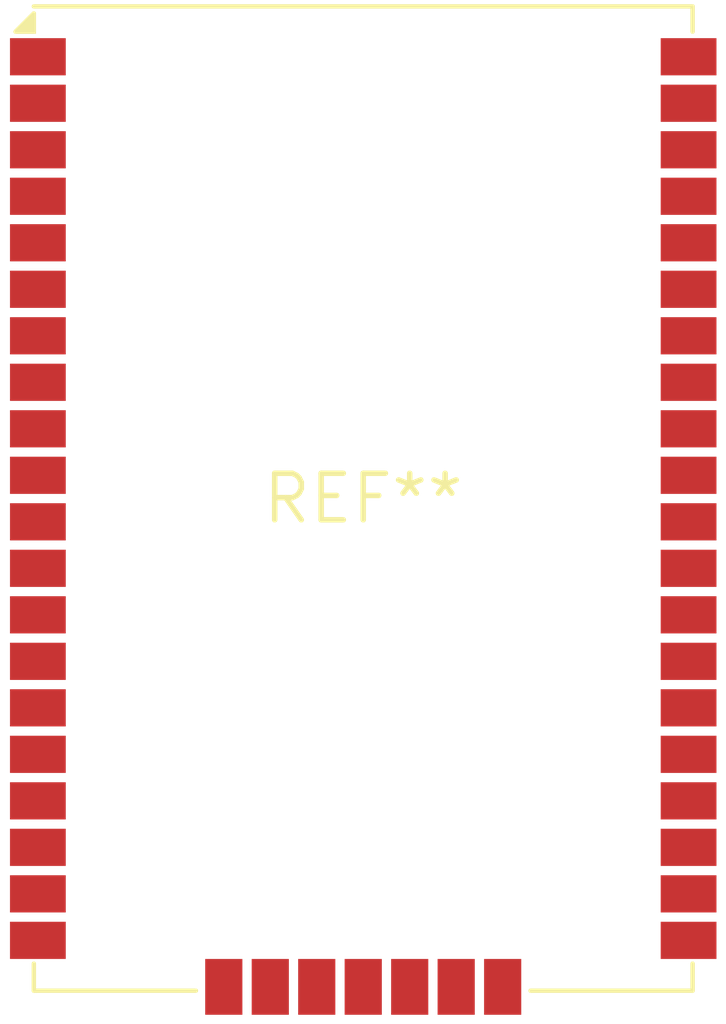
<source format=kicad_pcb>
(kicad_pcb (version 20240108) (generator pcbnew)
  (layers (0 "F.Cu" signal) (31 "B.Cu" signal) (34 "B.Paste" user) (35 "F.Paste" user) (36 "B.SilkS" user "B.Silkscreen") (37 "F.SilkS" user "F.Silkscreen") (38 "B.Mask" user) (39 "F.Mask" user) (44 "Edge.Cuts" user))
  (net 0 "")
  (footprint "RN2483" (layer "F.Cu") (at 0 0)
    (property "Reference" "REF**")
    (property "Value" "RN2483")
    (fp_line (start -9 -13.44) (end 9 -13.44) (layer "F.SilkS") (stroke (width 0.12)))
    (fp_line (start -9 12.7) (end -9 13.44) (layer "F.SilkS") (stroke (width 0.12)))
    (fp_line (start -9 13.44) (end -4.572 13.44) (layer "F.SilkS") (stroke (width 0.12)))
    (fp_line (start 4.572 13.44) (end 9 13.44) (layer "F.SilkS") (stroke (width 0.12)))
    (fp_line (start 9 -13.44) (end 9 -12.75) (layer "F.SilkS") (stroke (width 0.12)))
    (fp_line (start 9 13.44) (end 9 12.7) (layer "F.SilkS") (stroke (width 0.12)))
    (fp_poly (pts (xy -9 -12.75) (xy -9.5 -12.75) (xy -9 -13.25) (xy -9 -12.75)) (layer "F.SilkS") (stroke (width 0.12)) (fill solid))
    (pad "1" smd rect (at -8.89 -12.065) (size 1.524 1.016) (layers "F.Cu" "F.Paste" "F.Mask"))
    (pad "2" smd rect (at -8.89 -10.795) (size 1.524 1.016) (layers "F.Cu" "F.Paste" "F.Mask"))
    (pad "3" smd rect (at -8.89 -9.525) (size 1.524 1.016) (layers "F.Cu" "F.Paste" "F.Mask"))
    (pad "4" smd rect (at -8.89 -8.255) (size 1.524 1.016) (layers "F.Cu" "F.Paste" "F.Mask"))
    (pad "5" smd rect (at -8.89 -6.985) (size 1.524 1.016) (layers "F.Cu" "F.Paste" "F.Mask"))
    (pad "6" smd rect (at -8.89 -5.715) (size 1.524 1.016) (layers "F.Cu" "F.Paste" "F.Mask"))
    (pad "7" smd rect (at -8.89 -4.445) (size 1.524 1.016) (layers "F.Cu" "F.Paste" "F.Mask"))
    (pad "8" smd rect (at -8.89 -3.175) (size 1.524 1.016) (layers "F.Cu" "F.Paste" "F.Mask"))
    (pad "9" smd rect (at -8.89 -1.905) (size 1.524 1.016) (layers "F.Cu" "F.Paste" "F.Mask"))
    (pad "10" smd rect (at -8.89 -0.635) (size 1.524 1.016) (layers "F.Cu" "F.Paste" "F.Mask"))
    (pad "11" smd rect (at -8.89 0.635) (size 1.524 1.016) (layers "F.Cu" "F.Paste" "F.Mask"))
    (pad "12" smd rect (at -8.89 1.905) (size 1.524 1.016) (layers "F.Cu" "F.Paste" "F.Mask"))
    (pad "13" smd rect (at -8.89 3.175) (size 1.524 1.016) (layers "F.Cu" "F.Paste" "F.Mask"))
    (pad "14" smd rect (at -8.89 4.445) (size 1.524 1.016) (layers "F.Cu" "F.Paste" "F.Mask"))
    (pad "15" smd rect (at -8.89 5.715) (size 1.524 1.016) (layers "F.Cu" "F.Paste" "F.Mask"))
    (pad "16" smd rect (at -8.89 6.985) (size 1.524 1.016) (layers "F.Cu" "F.Paste" "F.Mask"))
    (pad "17" smd rect (at -8.89 8.255) (size 1.524 1.016) (layers "F.Cu" "F.Paste" "F.Mask"))
    (pad "18" smd rect (at -8.89 9.525) (size 1.524 1.016) (layers "F.Cu" "F.Paste" "F.Mask"))
    (pad "19" smd rect (at -8.89 10.795) (size 1.524 1.016) (layers "F.Cu" "F.Paste" "F.Mask"))
    (pad "20" smd rect (at -8.89 12.065) (size 1.524 1.016) (layers "F.Cu" "F.Paste" "F.Mask"))
    (pad "21" smd rect (at -3.81 13.335 90) (size 1.524 1.016) (layers "F.Cu" "F.Paste" "F.Mask"))
    (pad "22" smd rect (at -2.54 13.335 90) (size 1.524 1.016) (layers "F.Cu" "F.Paste" "F.Mask"))
    (pad "23" smd rect (at -1.27 13.335 90) (size 1.524 1.016) (layers "F.Cu" "F.Paste" "F.Mask"))
    (pad "24" smd rect (at 0 13.335 90) (size 1.524 1.016) (layers "F.Cu" "F.Paste" "F.Mask"))
    (pad "25" smd rect (at 1.27 13.335 90) (size 1.524 1.016) (layers "F.Cu" "F.Paste" "F.Mask"))
    (pad "26" smd rect (at 2.54 13.335 90) (size 1.524 1.016) (layers "F.Cu" "F.Paste" "F.Mask"))
    (pad "27" smd rect (at 3.81 13.335 90) (size 1.524 1.016) (layers "F.Cu" "F.Paste" "F.Mask"))
    (pad "28" smd rect (at 8.89 12.065) (size 1.524 1.016) (layers "F.Cu" "F.Paste" "F.Mask"))
    (pad "29" smd rect (at 8.89 10.795) (size 1.524 1.016) (layers "F.Cu" "F.Paste" "F.Mask"))
    (pad "30" smd rect (at 8.89 9.525) (size 1.524 1.016) (layers "F.Cu" "F.Paste" "F.Mask"))
    (pad "31" smd rect (at 8.89 8.255) (size 1.524 1.016) (layers "F.Cu" "F.Paste" "F.Mask"))
    (pad "32" smd rect (at 8.89 6.985) (size 1.524 1.016) (layers "F.Cu" "F.Paste" "F.Mask"))
    (pad "33" smd rect (at 8.89 5.715) (size 1.524 1.016) (layers "F.Cu" "F.Paste" "F.Mask"))
    (pad "34" smd rect (at 8.89 4.445) (size 1.524 1.016) (layers "F.Cu" "F.Paste" "F.Mask"))
    (pad "35" smd rect (at 8.89 3.175) (size 1.524 1.016) (layers "F.Cu" "F.Paste" "F.Mask"))
    (pad "36" smd rect (at 8.89 1.905) (size 1.524 1.016) (layers "F.Cu" "F.Paste" "F.Mask"))
    (pad "37" smd rect (at 8.89 0.635) (size 1.524 1.016) (layers "F.Cu" "F.Paste" "F.Mask"))
    (pad "38" smd rect (at 8.89 -0.635) (size 1.524 1.016) (layers "F.Cu" "F.Paste" "F.Mask"))
    (pad "39" smd rect (at 8.89 -1.905) (size 1.524 1.016) (layers "F.Cu" "F.Paste" "F.Mask"))
    (pad "40" smd rect (at 8.89 -3.175) (size 1.524 1.016) (layers "F.Cu" "F.Paste" "F.Mask"))
    (pad "41" smd rect (at 8.89 -4.445) (size 1.524 1.016) (layers "F.Cu" "F.Paste" "F.Mask"))
    (pad "42" smd rect (at 8.89 -5.715) (size 1.524 1.016) (layers "F.Cu" "F.Paste" "F.Mask"))
    (pad "43" smd rect (at 8.89 -6.985) (size 1.524 1.016) (layers "F.Cu" "F.Paste" "F.Mask"))
    (pad "44" smd rect (at 8.89 -8.255) (size 1.524 1.016) (layers "F.Cu" "F.Paste" "F.Mask"))
    (pad "45" smd rect (at 8.89 -9.525) (size 1.524 1.016) (layers "F.Cu" "F.Paste" "F.Mask"))
    (pad "46" smd rect (at 8.89 -10.795) (size 1.524 1.016) (layers "F.Cu" "F.Paste" "F.Mask"))
    (pad "47" smd rect (at 8.89 -12.065) (size 1.524 1.016) (layers "F.Cu" "F.Paste" "F.Mask"))
  )
)
</source>
